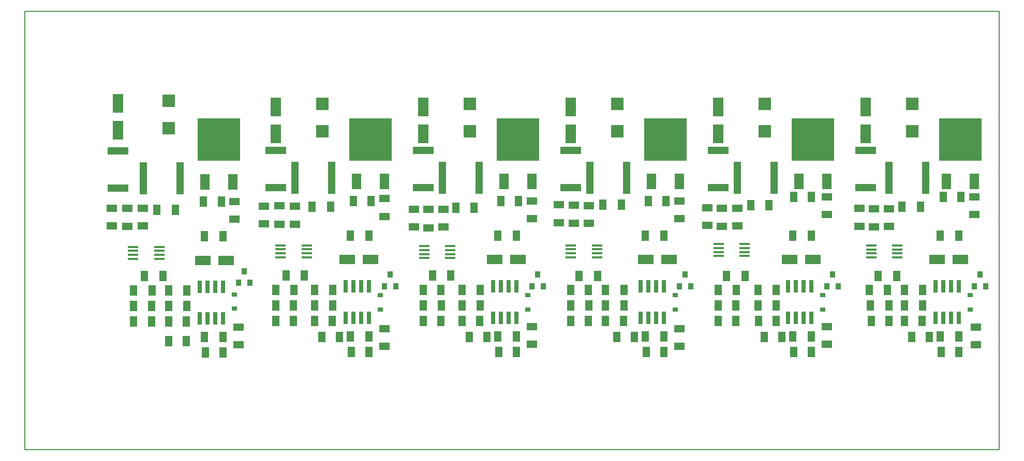
<source format=gbr>
G04 PROTEUS RS274X GERBER FILE*
%FSLAX45Y45*%
%MOMM*%
G01*
%ADD33R,0.889000X1.016000*%
%ADD72R,6.985000X6.985000*%
%ADD73R,1.524000X2.540000*%
%ADD27R,2.108200X2.108200*%
%ADD32R,0.889000X0.635000*%
%ADD21R,1.193800X5.308600*%
%ADD28R,1.651000X3.048000*%
%ADD34R,1.778000X0.381000*%
%ADD30R,0.635000X2.032000*%
%ADD29R,3.403600X1.244600*%
%ADD31R,2.540000X1.524000*%
%ADD25R,1.143000X1.803400*%
%ADD26R,1.803400X1.143000*%
%ADD40C,0.203200*%
D33*
X+8196580Y-1389380D03*
X+8290560Y-1579880D03*
X+8102600Y-1579880D03*
D72*
X+7874000Y+825500D03*
D73*
X+8102600Y+134620D03*
X+7645400Y+134620D03*
D33*
X+5783580Y-1389380D03*
X+5877560Y-1579880D03*
X+5689600Y-1579880D03*
D72*
X+5461000Y+825500D03*
D73*
X+5689600Y+134620D03*
X+5232400Y+134620D03*
D33*
X+3370580Y-1389380D03*
X+3464560Y-1579880D03*
X+3276600Y-1579880D03*
D72*
X+3048000Y+825500D03*
D73*
X+3276600Y+134620D03*
X+2819400Y+134620D03*
D33*
X+957580Y-1389380D03*
X+1051560Y-1579880D03*
X+863600Y-1579880D03*
D72*
X+635000Y+825500D03*
D73*
X+863600Y+134620D03*
X+406400Y+134620D03*
D33*
X-1455420Y-1389380D03*
X-1361440Y-1579880D03*
X-1549400Y-1579880D03*
D72*
X-1778000Y+825500D03*
D73*
X-1549400Y+134620D03*
X-2006600Y+134620D03*
D27*
X+7086600Y+1404620D03*
X+7086600Y+954620D03*
D32*
X+8039100Y-1960880D03*
X+8039100Y-1725930D03*
D27*
X+4673600Y+1404620D03*
X+4673600Y+954620D03*
D32*
X+5626100Y-1960880D03*
X+5626100Y-1725930D03*
D27*
X+2260600Y+1404620D03*
X+2260600Y+954620D03*
D32*
X+3213100Y-1960880D03*
X+3213100Y-1725930D03*
D27*
X-152400Y+1404620D03*
X-152400Y+954620D03*
D32*
X+800100Y-1960880D03*
X+800100Y-1725930D03*
D27*
X-2565400Y+1404620D03*
X-2565400Y+954620D03*
D32*
X-1612900Y-1960880D03*
X-1612900Y-1725930D03*
D21*
X+6705600Y+198120D03*
X+7305600Y+198120D03*
X+4229100Y+198120D03*
X+4829100Y+198120D03*
X+1816100Y+198120D03*
X+2416100Y+198120D03*
X-596900Y+198120D03*
X+3100Y+198120D03*
X-3009900Y+198120D03*
X-2409900Y+198120D03*
D28*
X+6324600Y+914620D03*
X+6324600Y+1359120D03*
X+3911600Y+914620D03*
X+3911600Y+1359120D03*
X+1498600Y+914620D03*
X+1498600Y+1359120D03*
X-914400Y+914620D03*
X-914400Y+1359120D03*
X-3327400Y+914620D03*
X-3327400Y+1359120D03*
D34*
X+6845300Y-914400D03*
X+6845300Y-979400D03*
X+6845300Y-1044400D03*
X+6845300Y-1109400D03*
X+6415300Y-1109400D03*
X+6415300Y-1044400D03*
X+6415300Y-979400D03*
X+6415300Y-914400D03*
D30*
X+7848600Y-2100580D03*
X+7721600Y-2100580D03*
X+7594600Y-2100580D03*
X+7467600Y-2100580D03*
X+7467600Y-1579880D03*
X+7594600Y-1579880D03*
X+7721600Y-1579880D03*
X+7848600Y-1579880D03*
D34*
X+4347950Y-890850D03*
X+4347950Y-955850D03*
X+4347950Y-1020850D03*
X+4347950Y-1085850D03*
X+3917950Y-1085850D03*
X+3917950Y-1020850D03*
X+3917950Y-955850D03*
X+3917950Y-890850D03*
D30*
X+5435600Y-2100580D03*
X+5308600Y-2100580D03*
X+5181600Y-2100580D03*
X+5054600Y-2100580D03*
X+5054600Y-1579880D03*
X+5181600Y-1579880D03*
X+5308600Y-1579880D03*
X+5435600Y-1579880D03*
D34*
X+1928600Y-909900D03*
X+1928600Y-974900D03*
X+1928600Y-1039900D03*
X+1928600Y-1104900D03*
X+1498600Y-1104900D03*
X+1498600Y-1039900D03*
X+1498600Y-974900D03*
X+1498600Y-909900D03*
D30*
X+3022600Y-2100580D03*
X+2895600Y-2100580D03*
X+2768600Y-2100580D03*
X+2641600Y-2100580D03*
X+2641600Y-1579880D03*
X+2768600Y-1579880D03*
X+2895600Y-1579880D03*
X+3022600Y-1579880D03*
D34*
X-469900Y-924100D03*
X-469900Y-989100D03*
X-469900Y-1054100D03*
X-469900Y-1119100D03*
X-899900Y-1119100D03*
X-899900Y-1054100D03*
X-899900Y-989100D03*
X-899900Y-924100D03*
D30*
X+609600Y-2100580D03*
X+482600Y-2100580D03*
X+355600Y-2100580D03*
X+228600Y-2100580D03*
X+228600Y-1579880D03*
X+355600Y-1579880D03*
X+482600Y-1579880D03*
X+609600Y-1579880D03*
D34*
X-2819400Y-911400D03*
X-2819400Y-976400D03*
X-2819400Y-1041400D03*
X-2819400Y-1106400D03*
X-3249400Y-1106400D03*
X-3249400Y-1041400D03*
X-3249400Y-976400D03*
X-3249400Y-911400D03*
D30*
X-1803400Y-2100580D03*
X-1930400Y-2100580D03*
X-2057400Y-2100580D03*
X-2184400Y-2100580D03*
X-2184400Y-1579880D03*
X-2057400Y-1579880D03*
X-1930400Y-1579880D03*
X-1803400Y-1579880D03*
D29*
X-3327400Y+642620D03*
X-3327400Y+32620D03*
X+6324600Y+642620D03*
X+6324600Y+32620D03*
X+1498600Y+642620D03*
X+1498600Y+32620D03*
X+3911600Y+642620D03*
X+3911600Y+32620D03*
X-914400Y+642620D03*
X-914400Y+32620D03*
D31*
X+7874000Y-1143000D03*
X+7493000Y-1143000D03*
D25*
X+7848600Y-754380D03*
X+7548600Y-754380D03*
D31*
X+5461000Y-1143000D03*
X+5080000Y-1143000D03*
D25*
X+5435600Y-754380D03*
X+5135600Y-754380D03*
D31*
X+3111500Y-1143000D03*
X+2730500Y-1143000D03*
D25*
X+3022600Y-754380D03*
X+2722600Y-754380D03*
D31*
X+635000Y-1143000D03*
X+254000Y-1143000D03*
D25*
X+609600Y-754380D03*
X+309600Y-754380D03*
D31*
X-1778000Y-1143000D03*
X-2159000Y-1143000D03*
D25*
X-1803400Y-754380D03*
X-2103400Y-754380D03*
X+6705600Y-2151380D03*
X+6415600Y-2151380D03*
X+6678100Y-1643380D03*
X+6388100Y-1643380D03*
D26*
X+6705600Y-599880D03*
X+6705600Y-309880D03*
X+6223000Y-596900D03*
X+6223000Y-306900D03*
D25*
X+7249600Y-2151380D03*
X+6959600Y-2151380D03*
D26*
X+8128000Y-2250000D03*
X+8128000Y-2540000D03*
D25*
X+7848600Y-2405380D03*
X+7548600Y-2405380D03*
X+7221500Y-279400D03*
X+6921500Y-279400D03*
D26*
X+8102600Y-119380D03*
X+8102600Y-409380D03*
D25*
X+7594600Y-119380D03*
X+7884600Y-119380D03*
X+7848600Y-2659380D03*
X+7558600Y-2659380D03*
D26*
X+6464300Y-309880D03*
X+6464300Y-609880D03*
D25*
X+6832600Y-1409700D03*
X+6532600Y-1409700D03*
X+7259600Y-1643380D03*
X+6959600Y-1643380D03*
X+7259600Y-1897380D03*
X+6959600Y-1897380D03*
X+6705600Y-1897380D03*
X+6405600Y-1897380D03*
X+4864100Y-1897380D03*
X+4564100Y-1897380D03*
X+4351300Y-1409700D03*
X+4051300Y-1409700D03*
X+4211600Y-1643380D03*
X+3911600Y-1643380D03*
D26*
X+3975100Y-304800D03*
X+3975100Y-604800D03*
D25*
X+4864100Y-1643380D03*
X+4564100Y-1643380D03*
X+5435600Y-2405380D03*
X+5135600Y-2405380D03*
X+5435600Y-2659380D03*
X+5145600Y-2659380D03*
D26*
X+5689600Y-2242380D03*
X+5689600Y-2532380D03*
X+5689600Y-119380D03*
X+5689600Y-409380D03*
D25*
X+5145600Y-119380D03*
X+5435600Y-119380D03*
X+3022600Y-2659380D03*
X+2732600Y-2659380D03*
D26*
X+3276600Y-2278380D03*
X+3276600Y-2568380D03*
X+3276600Y-182880D03*
X+3276600Y-472880D03*
D25*
X+2768600Y-182880D03*
X+3058600Y-182880D03*
D26*
X+4229100Y-594800D03*
X+4229100Y-304800D03*
X+3733800Y-582100D03*
X+3733800Y-292100D03*
D25*
X+4745000Y-254000D03*
X+4445000Y-254000D03*
X+4201600Y-2151380D03*
X+3911600Y-2151380D03*
X+4201600Y-1897380D03*
X+3911600Y-1897380D03*
X+4864100Y-2151380D03*
X+4574100Y-2151380D03*
X+3022600Y-2405380D03*
X+2722600Y-2405380D03*
D26*
X+1308100Y-538480D03*
X+1308100Y-248480D03*
X+1798600Y-551180D03*
X+1798600Y-261180D03*
X-584200Y-612580D03*
X-584200Y-322580D03*
X-1066800Y-612580D03*
X-1066800Y-322580D03*
X+1549400Y-251180D03*
X+1549400Y-551180D03*
X-824450Y-323630D03*
X-824450Y-623630D03*
D25*
X+1938300Y-1414780D03*
X+1638300Y-1414780D03*
X-462000Y-1402080D03*
X-762000Y-1402080D03*
X+2326920Y-241300D03*
X+2026920Y-241300D03*
X-81280Y-292100D03*
X-381280Y-292100D03*
D26*
X-3009900Y-563880D03*
X-3009900Y-273880D03*
X-3517900Y-558800D03*
X-3517900Y-268800D03*
D25*
X-2430500Y-279400D03*
X-2730500Y-279400D03*
D26*
X-3263900Y-263880D03*
X-3263900Y-563880D03*
D25*
X-2857500Y-1402080D03*
X-3157500Y-1402080D03*
X+1788600Y-2151380D03*
X+1498600Y-2151380D03*
X+1788600Y-1643380D03*
X+1498600Y-1643380D03*
X+2360100Y-2151380D03*
X+2070100Y-2151380D03*
X+2370100Y-1897380D03*
X+2070100Y-1897380D03*
X+1798600Y-1897380D03*
X+1498600Y-1897380D03*
X+2370100Y-1643380D03*
X+2070100Y-1643380D03*
X+609600Y-2405380D03*
X+309600Y-2405380D03*
D26*
X+863600Y-2242380D03*
X+863600Y-2532380D03*
D25*
X+609600Y-2659380D03*
X+319600Y-2659380D03*
D26*
X+863600Y-182880D03*
X+863600Y-472880D03*
D25*
X+355600Y-182880D03*
X+645600Y-182880D03*
X+10600Y-2151380D03*
X-279400Y-2151380D03*
X-624400Y-2151380D03*
X-914400Y-2151380D03*
X-624400Y-1643380D03*
X-914400Y-1643380D03*
X+20600Y-1897380D03*
X-279400Y-1897380D03*
X-614400Y-1897380D03*
X-914400Y-1897380D03*
X+20600Y-1643380D03*
X-279400Y-1643380D03*
X-2392400Y-1897380D03*
X-2692400Y-1897380D03*
X-3027400Y-1643380D03*
X-3327400Y-1643380D03*
X-2392400Y-1643380D03*
X-2692400Y-1643380D03*
X-1803400Y-2405380D03*
X-2103400Y-2405380D03*
X-3037400Y-2151380D03*
X-3327400Y-2151380D03*
X-3037400Y-1897380D03*
X-3327400Y-1897380D03*
X-2402400Y-2151380D03*
X-2692400Y-2151380D03*
D26*
X-1549400Y-2278380D03*
X-1549400Y-2568380D03*
X-1549400Y-146880D03*
X-1549400Y-436880D03*
D25*
X-2057400Y-182880D03*
X-1767400Y-182880D03*
X-1803400Y-2659380D03*
X-2093400Y-2659380D03*
D72*
X-4254500Y+817880D03*
D73*
X-4025900Y+127000D03*
X-4483100Y+127000D03*
D29*
X-5905500Y+635000D03*
X-5905500Y+25000D03*
D34*
X-5232400Y-936800D03*
X-5232400Y-1001800D03*
X-5232400Y-1066800D03*
X-5232400Y-1131800D03*
X-5662400Y-1131800D03*
X-5662400Y-1066800D03*
X-5662400Y-1001800D03*
X-5662400Y-936800D03*
D30*
X-4191000Y-2108200D03*
X-4318000Y-2108200D03*
X-4445000Y-2108200D03*
X-4572000Y-2108200D03*
X-4572000Y-1587500D03*
X-4445000Y-1587500D03*
X-4318000Y-1587500D03*
X-4191000Y-1587500D03*
D27*
X-5080000Y+1460500D03*
X-5080000Y+1010500D03*
D32*
X-4000500Y-1949450D03*
X-4000500Y-1714500D03*
D33*
X-3843020Y-1333500D03*
X-3749040Y-1524000D03*
X-3937000Y-1524000D03*
D28*
X-5905500Y+970500D03*
X-5905500Y+1415000D03*
D21*
X-5489500Y+190500D03*
X-4889500Y+190500D03*
D25*
X-4780000Y-1905000D03*
X-5080000Y-1905000D03*
X-5173700Y-1409700D03*
X-5473700Y-1409700D03*
X-5351500Y-1651000D03*
X-5651500Y-1651000D03*
D26*
X-5753100Y-304800D03*
X-5753100Y-604800D03*
D25*
X-4780000Y-1651000D03*
X-5080000Y-1651000D03*
X-4191000Y-2413000D03*
X-4491000Y-2413000D03*
X-4191000Y-762000D03*
X-4491000Y-762000D03*
X-4970500Y-330200D03*
X-5270500Y-330200D03*
D31*
X-4141610Y-1157110D03*
X-4522610Y-1157110D03*
D25*
X-5361500Y-2159000D03*
X-5651500Y-2159000D03*
X-5361500Y-1905000D03*
X-5651500Y-1905000D03*
D26*
X-5499100Y-594800D03*
X-5499100Y-304800D03*
X-6007100Y-594800D03*
X-6007100Y-304800D03*
D25*
X-4790000Y-2159000D03*
X-5080000Y-2159000D03*
D26*
X-3937000Y-2250000D03*
X-3937000Y-2540000D03*
X-4000500Y-190500D03*
X-4000500Y-480500D03*
D25*
X-4508500Y-190500D03*
X-4218500Y-190500D03*
X-4191000Y-2667000D03*
X-4481000Y-2667000D03*
X+7366000Y-2413000D03*
X+7076000Y-2413000D03*
X+4953000Y-2413000D03*
X+4663000Y-2413000D03*
X+2540000Y-2413000D03*
X+2250000Y-2413000D03*
X+127000Y-2413000D03*
X-163000Y-2413000D03*
X-2286000Y-2413000D03*
X-2576000Y-2413000D03*
X-4790000Y-2476500D03*
X-5080000Y-2476500D03*
D40*
X-7429500Y-4254500D02*
X+8509000Y-4254500D01*
X+8509000Y+2921000D01*
X-7429500Y+2921000D01*
X-7429500Y-4254500D01*
M02*

</source>
